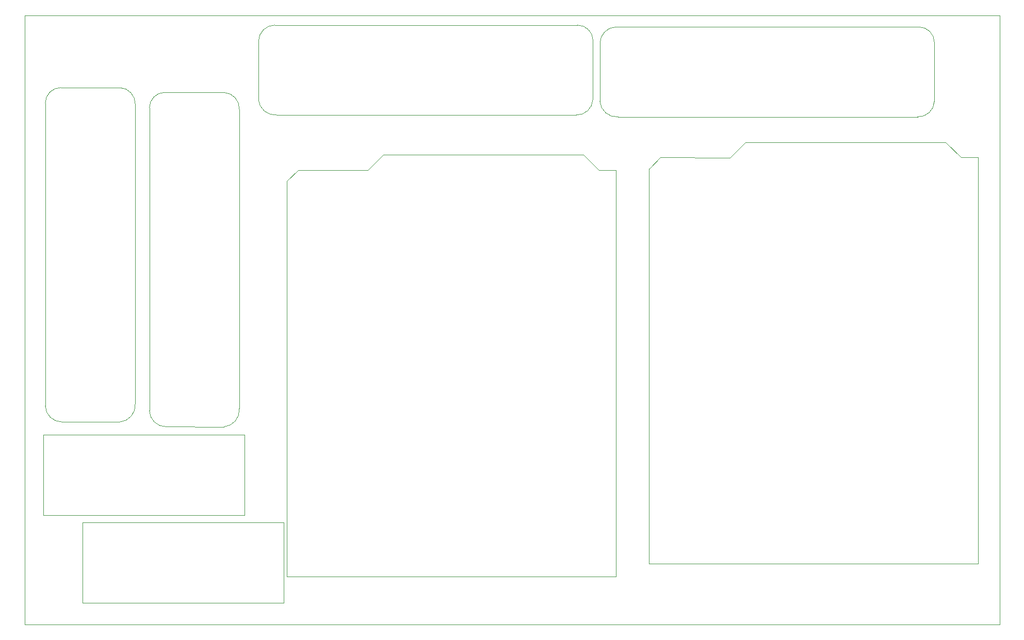
<source format=gbr>
%TF.GenerationSoftware,KiCad,Pcbnew,(6.0.5)*%
%TF.CreationDate,2022-06-30T10:23:10+01:00*%
%TF.ProjectId,Intern_PCB_FAB,496e7465-726e-45f5-9043-425f4641422e,rev?*%
%TF.SameCoordinates,Original*%
%TF.FileFunction,Profile,NP*%
%FSLAX46Y46*%
G04 Gerber Fmt 4.6, Leading zero omitted, Abs format (unit mm)*
G04 Created by KiCad (PCBNEW (6.0.5)) date 2022-06-30 10:23:10*
%MOMM*%
%LPD*%
G01*
G04 APERTURE LIST*
%TA.AperFunction,Profile*%
%ADD10C,0.100000*%
%TD*%
G04 APERTURE END LIST*
D10*
X78354111Y-118291560D02*
X111414111Y-118291560D01*
X111414111Y-118291560D02*
X111414111Y-131511560D01*
X111414111Y-131511560D02*
X78354111Y-131511560D01*
X78354111Y-131511560D02*
X78354111Y-118291560D01*
X84794111Y-132661560D02*
X117854111Y-132661560D01*
X117854111Y-132661560D02*
X117854111Y-145881560D01*
X117854111Y-145881560D02*
X84794111Y-145881560D01*
X84794111Y-145881560D02*
X84794111Y-132661560D01*
X113670111Y-63268560D02*
G75*
G03*
X116670111Y-65808560I2770000J230000D01*
G01*
X90910455Y-116222735D02*
X81443506Y-116204684D01*
X221859965Y-66117540D02*
X172709965Y-66117540D01*
X191058111Y-72799560D02*
X179628111Y-72779560D01*
X90917461Y-116221802D02*
G75*
G03*
X93457455Y-113221735I-230050J2770042D01*
G01*
X177808111Y-139509560D02*
X231798111Y-139509560D01*
X177798111Y-74619560D02*
X177808111Y-139509560D01*
X193598111Y-70259560D02*
X191058111Y-72799560D01*
X172342111Y-141561600D02*
X172362111Y-141561600D01*
X81237455Y-61310735D02*
X90931455Y-61311735D01*
X165820111Y-65808560D02*
X116670111Y-65808560D01*
X75314111Y-49451560D02*
X235314111Y-49451560D01*
X235314111Y-49451560D02*
X235314111Y-149451560D01*
X235314111Y-149451560D02*
X75314111Y-149451560D01*
X75314111Y-149451560D02*
X75314111Y-49451560D01*
X172362111Y-141561600D02*
X172352111Y-74861600D01*
X98321111Y-62094560D02*
G75*
G03*
X95781111Y-64634560I0J-2540000D01*
G01*
X120172111Y-74831600D02*
X118362111Y-76651600D01*
X231818111Y-139509560D02*
X231808111Y-72809560D01*
X169710032Y-63577534D02*
G75*
G03*
X172709965Y-66117540I2769979J229974D01*
G01*
X231808111Y-72809560D02*
X231808111Y-72789560D01*
X224620965Y-53897540D02*
X224619965Y-63591540D01*
X78693506Y-113544684D02*
X78697455Y-63850735D01*
X231798111Y-139509560D02*
X231818111Y-139509560D01*
X95777164Y-114328509D02*
G75*
G03*
X98527162Y-116988509I2705047J45049D01*
G01*
X110541111Y-64855560D02*
G75*
G03*
X108001111Y-62105560I-2645000J105000D01*
G01*
X169708965Y-63570540D02*
X169727016Y-54103591D01*
X116347162Y-51044613D02*
G75*
G03*
X113687162Y-53794611I45049J-2705047D01*
G01*
X116347162Y-51044611D02*
X166041111Y-51048560D01*
X110541111Y-64855560D02*
X110541111Y-114005560D01*
X95777162Y-114328509D02*
X95781111Y-64634560D01*
X177818111Y-74599560D02*
X177798111Y-74619560D01*
X172387016Y-51353591D02*
X222080965Y-51357540D01*
X168581111Y-53588560D02*
G75*
G03*
X166041111Y-51048560I-2540000J0D01*
G01*
X168581111Y-53588560D02*
X168580111Y-63282560D01*
X131602111Y-74851600D02*
X120172111Y-74831600D01*
X221859966Y-66117512D02*
G75*
G03*
X224609965Y-63577540I105045J2644952D01*
G01*
X169532111Y-74841600D02*
X166982111Y-72311600D01*
X107994111Y-117006560D02*
X98527162Y-116988509D01*
X165820111Y-65808560D02*
G75*
G03*
X168570111Y-63268560I105000J2645000D01*
G01*
X118362111Y-76651600D02*
X118342111Y-76671600D01*
X172387016Y-51353564D02*
G75*
G03*
X169727016Y-54103591I44995J-2704996D01*
G01*
X118342111Y-76671600D02*
X118352111Y-141561600D01*
X81237455Y-61310804D02*
G75*
G03*
X78697455Y-63850735I-44J-2539956D01*
G01*
X226438111Y-70259560D02*
X193598111Y-70259560D01*
X166982111Y-72311600D02*
X134142111Y-72311600D01*
X93457455Y-64071735D02*
X93457455Y-113221735D01*
X134142111Y-72311600D02*
X131602111Y-74851600D01*
X172352111Y-74841600D02*
X169532111Y-74841600D01*
X172352111Y-74861600D02*
X172352111Y-74841600D01*
X78693488Y-113544684D02*
G75*
G03*
X81443506Y-116204684I2705023J45024D01*
G01*
X93457439Y-64071734D02*
G75*
G03*
X90917455Y-61321735I-2645028J104974D01*
G01*
X228988111Y-72789560D02*
X226438111Y-70259560D01*
X231808111Y-72789560D02*
X228988111Y-72789560D01*
X224621031Y-53897540D02*
G75*
G03*
X222080965Y-51357540I-2540020J-20D01*
G01*
X108001111Y-117005560D02*
G75*
G03*
X110541111Y-114005560I-230000J2770000D01*
G01*
X179628111Y-72779560D02*
X177818111Y-74599560D01*
X113669111Y-63261560D02*
X113687162Y-53794611D01*
X98321111Y-62094560D02*
X108015111Y-62095560D01*
X118352111Y-141561600D02*
X172342111Y-141561600D01*
M02*

</source>
